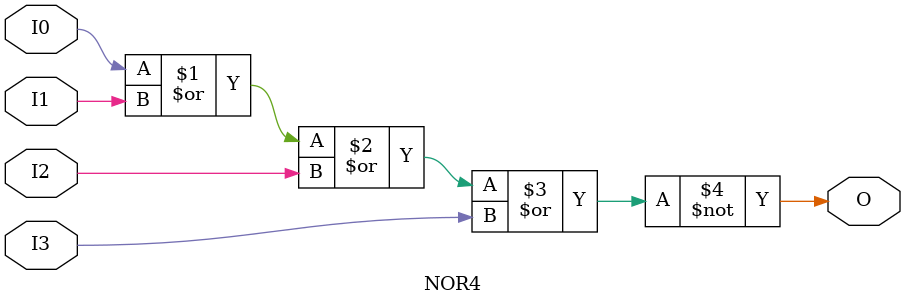
<source format=v>

/*

FUNCTION	: 4-INPUT NOR GATE

*/

`celldefine
`timescale  100 ps / 10 ps

module NOR4 (O, I0, I1, I2, I3);

    output O;

    input  I0, I1, I2, I3;

    nor O1 (O, I0, I1, I2, I3);

endmodule

</source>
